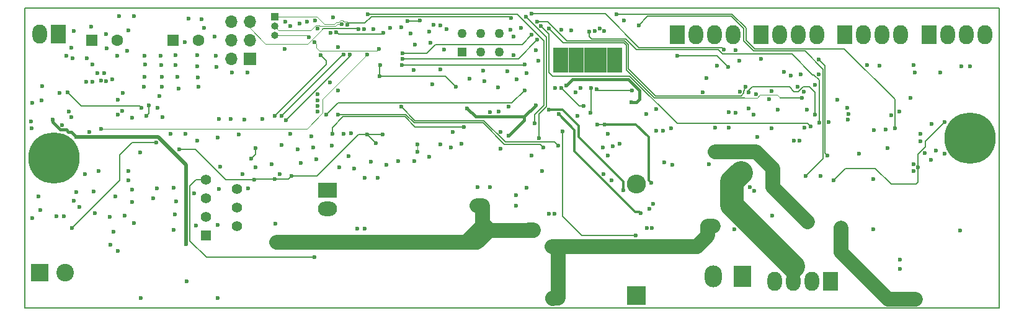
<source format=gbr>
G04 #@! TF.FileFunction,Copper,L2,Inr,Signal*
%FSLAX46Y46*%
G04 Gerber Fmt 4.6, Leading zero omitted, Abs format (unit mm)*
G04 Created by KiCad (PCBNEW 4.0.7) date 06/15/18 18:23:30*
%MOMM*%
%LPD*%
G01*
G04 APERTURE LIST*
%ADD10C,0.100000*%
%ADD11C,0.150000*%
%ADD12R,1.600000X1.600000*%
%ADD13C,1.600000*%
%ADD14R,2.600000X2.600000*%
%ADD15O,2.600000X2.600000*%
%ADD16C,7.000000*%
%ADD17R,1.700000X1.700000*%
%ADD18O,1.700000X1.700000*%
%ADD19R,1.000000X1.000000*%
%ADD20O,1.000000X1.000000*%
%ADD21R,2.350000X3.000000*%
%ADD22O,2.350000X3.000000*%
%ADD23C,1.270000*%
%ADD24R,1.270000X1.270000*%
%ADD25R,2.000000X2.600000*%
%ADD26O,2.000000X2.600000*%
%ADD27R,1.397000X1.397000*%
%ADD28C,1.397000*%
%ADD29R,1.100000X0.890000*%
%ADD30R,2.600000X2.000000*%
%ADD31O,2.600000X2.000000*%
%ADD32C,2.400000*%
%ADD33R,2.400000X2.400000*%
%ADD34C,0.600000*%
%ADD35C,0.159000*%
%ADD36C,0.200000*%
%ADD37C,0.500000*%
%ADD38C,0.415000*%
%ADD39C,2.000000*%
%ADD40C,0.300000*%
%ADD41C,0.125000*%
%ADD42C,3.200000*%
%ADD43C,1.470000*%
G04 APERTURE END LIST*
D10*
D11*
X25000000Y-164000000D02*
X25000000Y-123000000D01*
X158000000Y-164000000D02*
X25000000Y-164000000D01*
X158000000Y-123000000D02*
X158000000Y-164000000D01*
X25000000Y-123000000D02*
X158000000Y-123000000D01*
D12*
X45200000Y-127450000D03*
D13*
X48700000Y-127450000D03*
D12*
X34100000Y-127450000D03*
D13*
X37600000Y-127450000D03*
D14*
X108490000Y-162350000D03*
D15*
X108490000Y-147110000D03*
D16*
X154010000Y-140810000D03*
D17*
X55690000Y-129950000D03*
D18*
X53150000Y-129950000D03*
X55690000Y-127410000D03*
X53150000Y-127410000D03*
X55690000Y-124870000D03*
X53150000Y-124870000D03*
D19*
X59090000Y-124250000D03*
D20*
X59090000Y-125520000D03*
X59090000Y-126790000D03*
D21*
X122950000Y-159700000D03*
D22*
X118990000Y-159700000D03*
D23*
X84690000Y-126480000D03*
X87230000Y-126480000D03*
X89770000Y-126480000D03*
D24*
X84690000Y-129020000D03*
D23*
X87230000Y-129020000D03*
X89770000Y-129020000D03*
D25*
X125520000Y-126650000D03*
D26*
X128060000Y-126650000D03*
X130600000Y-126650000D03*
X133140000Y-126650000D03*
D25*
X114080000Y-126650000D03*
D26*
X116620000Y-126650000D03*
X119160000Y-126650000D03*
X121700000Y-126650000D03*
D25*
X136950000Y-126650000D03*
D26*
X139490000Y-126650000D03*
X142030000Y-126650000D03*
X144570000Y-126650000D03*
D25*
X148400000Y-126650000D03*
D26*
X150940000Y-126650000D03*
X153480000Y-126650000D03*
X156020000Y-126650000D03*
D27*
X49734000Y-154120000D03*
D28*
X53925000Y-152850000D03*
X49734000Y-151580000D03*
X53925000Y-150310000D03*
X49734000Y-149040000D03*
X53925000Y-147770000D03*
X49734000Y-146500000D03*
D29*
X106045000Y-131385000D03*
X106045000Y-130535000D03*
X106045000Y-128835000D03*
X106045000Y-129685000D03*
X104988750Y-129685000D03*
X104988750Y-128835000D03*
X104988750Y-130535000D03*
X104988750Y-131385000D03*
X103932500Y-131385000D03*
X103932500Y-130535000D03*
X103932500Y-128835000D03*
X103932500Y-129685000D03*
X102876250Y-129685000D03*
X102876250Y-128835000D03*
X102876250Y-130535000D03*
X102876250Y-131385000D03*
X101820000Y-131385000D03*
X101820000Y-130535000D03*
X101820000Y-128835000D03*
X101820000Y-129685000D03*
X100763750Y-129685000D03*
X100763750Y-128835000D03*
X100763750Y-130535000D03*
X100763750Y-131385000D03*
X99707500Y-131385000D03*
X99707500Y-130535000D03*
X99707500Y-128835000D03*
X99707500Y-129685000D03*
X98651250Y-129685000D03*
X98651250Y-128835000D03*
X98651250Y-130535000D03*
X98651250Y-131385000D03*
X97595000Y-131385000D03*
X97595000Y-130535000D03*
X97595000Y-128835000D03*
X97595000Y-129685000D03*
D16*
X29000000Y-143500000D03*
D30*
X66330000Y-147920000D03*
D31*
X66330000Y-150460000D03*
D25*
X29550000Y-126600000D03*
D26*
X27010000Y-126600000D03*
D32*
X30500000Y-159200000D03*
D33*
X27000000Y-159200000D03*
D25*
X134950000Y-160350000D03*
D26*
X132410000Y-160350000D03*
X129870000Y-160350000D03*
X127330000Y-160350000D03*
D34*
X51650000Y-144740000D03*
X51450000Y-147750000D03*
X48100000Y-148340000D03*
X51350000Y-152680000D03*
X48320000Y-152770000D03*
X135390000Y-146570000D03*
X91040000Y-136500000D03*
X94190000Y-143200000D03*
X132850000Y-137600000D03*
X117540000Y-134510000D03*
X123760000Y-134520000D03*
X145920000Y-135330000D03*
X137400000Y-137480000D03*
X150540000Y-138580000D03*
X146940000Y-144780000D03*
X83850000Y-133810000D03*
X73530000Y-130850000D03*
X73400000Y-132350000D03*
X67510000Y-126300000D03*
X73910000Y-126390000D03*
X72890000Y-141450000D03*
X71720000Y-140270000D03*
X73850000Y-140310000D03*
X46030000Y-142350000D03*
X56290000Y-146460000D03*
X61410000Y-145950000D03*
X59090000Y-146420000D03*
X41940000Y-136300000D03*
X41610000Y-137770000D03*
X47340000Y-124500000D03*
X49070000Y-124570000D03*
X82570000Y-125900000D03*
X81740000Y-125410000D03*
X80770000Y-125270000D03*
X80160000Y-126260000D03*
X77620000Y-126510000D03*
X74840000Y-125730000D03*
X76340000Y-125650000D03*
X64600000Y-124750000D03*
X62510000Y-125110000D03*
X60560000Y-124850000D03*
X61260000Y-125520000D03*
X63540000Y-124860000D03*
X105260000Y-141900000D03*
X104530000Y-140180000D03*
X105110000Y-146550000D03*
X104550000Y-143160000D03*
X103950000Y-145710000D03*
X106180000Y-141530000D03*
X103920000Y-142070000D03*
X81690000Y-131410000D03*
X87750000Y-133030000D03*
X90850000Y-131670000D03*
X87570000Y-131550000D03*
X85680000Y-132710000D03*
X91680000Y-126890000D03*
X93450000Y-131920000D03*
X94760000Y-128750000D03*
X92160000Y-132760000D03*
X91730000Y-129420000D03*
X91240000Y-126030000D03*
X92720000Y-125730000D03*
X80650000Y-133460000D03*
X82200000Y-128730000D03*
X80380000Y-127790000D03*
X78110000Y-131480000D03*
X78200000Y-128030000D03*
X54960000Y-138240000D03*
X51350000Y-140760000D03*
X46880000Y-140230000D03*
X48530000Y-141120000D03*
X54200000Y-140290000D03*
X89920000Y-142270000D03*
X84550000Y-141530000D03*
X88500000Y-147490000D03*
X93500000Y-147570000D03*
X86810000Y-147460000D03*
X83170000Y-142080000D03*
X81750000Y-141670000D03*
X78190000Y-143910000D03*
X80200000Y-143360000D03*
X83430000Y-139920000D03*
X74330000Y-144480000D03*
X75960000Y-143930000D03*
X73130000Y-146240000D03*
X72240000Y-144010000D03*
X69980000Y-144980000D03*
X69210000Y-143300000D03*
X64780000Y-143660000D03*
X62240000Y-142300000D03*
X64090000Y-140570000D03*
X60050000Y-141750000D03*
X58680000Y-144350000D03*
X61220000Y-140230000D03*
X64330000Y-142060000D03*
X62690000Y-144230000D03*
X66910000Y-141850000D03*
X67950000Y-144780000D03*
X71420000Y-146260000D03*
X56510000Y-144780000D03*
X39670000Y-149490000D03*
X39620000Y-147800000D03*
X42990000Y-147650000D03*
X37340000Y-148790000D03*
X45310000Y-147610000D03*
X45450000Y-151210000D03*
X39880000Y-152430000D03*
X37090000Y-153570000D03*
X34560000Y-151040000D03*
X31650000Y-149350000D03*
X31970000Y-148210000D03*
X34380000Y-148110000D03*
X32450000Y-150220000D03*
X36590000Y-151550000D03*
X38600000Y-151410000D03*
X45340000Y-153360000D03*
X45640000Y-149410000D03*
X31350000Y-128460000D03*
X34080000Y-125580000D03*
X36200000Y-128560000D03*
X38970000Y-128840000D03*
X39880000Y-124150000D03*
X37870000Y-124160000D03*
X39080000Y-126100000D03*
X37580000Y-129520000D03*
X36100000Y-126610000D03*
X31680000Y-126130000D03*
X30650000Y-129510000D03*
X49420000Y-125700000D03*
X46830000Y-127650000D03*
X45580000Y-129460000D03*
X57420000Y-138170000D03*
X53080000Y-138180000D03*
X43770000Y-137950000D03*
X43370000Y-135090000D03*
X43140000Y-136660000D03*
X51510000Y-138180000D03*
X41270000Y-133790000D03*
X41410000Y-130760000D03*
X43560000Y-129570000D03*
X41360000Y-129510000D03*
X41350000Y-132440000D03*
X45960000Y-133990000D03*
X43570000Y-130790000D03*
X43680000Y-133810000D03*
X43660000Y-132390000D03*
X45550000Y-130820000D03*
X48590000Y-132470000D03*
X48650000Y-133780000D03*
X48480000Y-131000000D03*
X45810000Y-132440000D03*
X55370000Y-131810000D03*
X51100000Y-129510000D03*
X51160000Y-131060000D03*
X53290000Y-131810000D03*
X48550000Y-129480000D03*
X50930000Y-126900000D03*
X95560000Y-145290000D03*
X60470000Y-128630000D03*
X123920000Y-147470000D03*
X114040000Y-129570000D03*
X125460000Y-129950000D03*
X111180000Y-136800000D03*
X39660000Y-137980000D03*
X113240000Y-139490000D03*
X113410000Y-144430000D03*
X118330000Y-144360000D03*
X59220000Y-152510000D03*
X59780000Y-145720000D03*
X146320000Y-145300000D03*
X132850000Y-133510000D03*
X126580000Y-135430000D03*
X121980000Y-137340000D03*
X100410000Y-137720000D03*
X100195000Y-134575000D03*
X120960000Y-131070000D03*
X112290000Y-144090000D03*
X67760000Y-128390000D03*
X31500000Y-129920000D03*
X33430000Y-129850000D03*
X34890000Y-131880000D03*
X25830000Y-138540000D03*
X25890000Y-139460000D03*
X134750000Y-138640000D03*
X137260000Y-136680000D03*
X89580000Y-133900000D03*
X35032340Y-145312460D03*
X42550000Y-148990000D03*
X26880000Y-148730000D03*
X26040000Y-151750000D03*
X40767660Y-142777540D03*
X150570000Y-142960000D03*
X149380000Y-142540000D03*
X144340000Y-137130000D03*
X152640000Y-153450000D03*
X139960000Y-130840000D03*
X146290000Y-130840000D03*
X152790000Y-130960000D03*
X66730000Y-126420000D03*
X67030000Y-124260000D03*
X66610000Y-133190000D03*
X72530000Y-125910000D03*
X64530000Y-157030000D03*
X71400000Y-153170000D03*
X70330000Y-153170000D03*
X98350000Y-139900000D03*
X108380000Y-154140000D03*
X54740000Y-145730000D03*
X92065000Y-150050000D03*
X88470000Y-137210000D03*
X92060000Y-148620000D03*
X89630000Y-137190000D03*
X109870000Y-153110000D03*
X110610000Y-153090000D03*
X97270000Y-151120000D03*
X96530000Y-151140000D03*
X121820000Y-153210000D03*
X34180000Y-133140000D03*
X34180000Y-130700000D03*
X47050000Y-160360000D03*
X47010000Y-155250000D03*
X28770000Y-138240000D03*
X32020000Y-140650000D03*
X121050000Y-142650000D03*
X119180000Y-142650000D03*
X131300000Y-151700000D03*
X131830000Y-152220000D03*
X121100000Y-139390000D03*
X119180000Y-139390000D03*
X144480000Y-158710000D03*
X144480000Y-157360000D03*
X123790000Y-136760000D03*
X97880000Y-137540000D03*
X109060000Y-151010000D03*
X133620000Y-146010000D03*
X140790000Y-146430000D03*
X106650000Y-147900000D03*
X110220000Y-150430000D03*
X95110000Y-130220000D03*
X96500000Y-136900000D03*
X104100000Y-126160000D03*
X106740000Y-124730000D03*
X102790000Y-126160000D03*
X107900000Y-134250000D03*
X103010000Y-134090000D03*
X101240000Y-136390000D03*
X98240000Y-133950000D03*
X110750000Y-149790000D03*
X140790000Y-153280000D03*
X110460000Y-146860000D03*
X104120000Y-138950000D03*
X103090000Y-138930000D03*
X148660000Y-143750000D03*
X102160000Y-137330000D03*
X102280000Y-133950000D03*
X64940000Y-137190000D03*
X27110000Y-150630000D03*
X146470000Y-131860000D03*
X149970000Y-131870000D03*
X154000000Y-130950000D03*
X64930000Y-136390000D03*
X64930000Y-135600000D03*
X141630000Y-130910000D03*
X119450000Y-130900000D03*
X121980000Y-128800000D03*
X117990000Y-132610000D03*
X64950000Y-134780000D03*
X118960000Y-152830000D03*
X118220000Y-152850000D03*
X96990000Y-155630000D03*
X97770000Y-155620000D03*
X97760000Y-162690000D03*
X97000000Y-162710000D03*
X71810000Y-123870000D03*
X68470000Y-129390000D03*
X60060000Y-137780000D03*
X35370000Y-132930000D03*
X39090000Y-145280000D03*
X94550000Y-138760000D03*
X143230000Y-137700000D03*
X68250000Y-125260000D03*
X124580000Y-147980000D03*
X131560000Y-145980000D03*
X98220000Y-125960000D03*
X108810000Y-125370000D03*
X142720000Y-142140000D03*
X129960000Y-141110000D03*
X130700000Y-141110000D03*
X125000000Y-140600000D03*
X99540000Y-126070000D03*
X130930000Y-132050000D03*
X130450000Y-133790000D03*
X134570000Y-143180000D03*
X133370000Y-130050000D03*
X133340000Y-132050000D03*
X103450000Y-125800000D03*
X128600000Y-131730000D03*
X138890000Y-142930000D03*
X133410000Y-138720000D03*
X102040000Y-126210000D03*
X137350000Y-138260000D03*
X100850000Y-133930000D03*
X131380000Y-139350000D03*
X66940000Y-140230000D03*
X97330000Y-133950000D03*
X84960000Y-139260000D03*
X89930000Y-139920000D03*
X122770000Y-145530000D03*
X25960000Y-136020000D03*
X35830000Y-131890000D03*
X31020000Y-137140000D03*
X124770000Y-134780000D03*
X124440000Y-137630000D03*
X109790000Y-137470000D03*
X131310000Y-134460000D03*
X147840000Y-142820000D03*
X147280000Y-141230000D03*
X122580000Y-134450000D03*
X135870000Y-135530000D03*
X35410000Y-139510000D03*
X71730000Y-129370000D03*
X111160000Y-139760000D03*
X112100000Y-139770000D03*
X148740000Y-138890000D03*
X78550000Y-141660000D03*
X78560000Y-142640000D03*
X67730000Y-137590000D03*
X95770000Y-142050000D03*
X122550000Y-130190000D03*
X120380000Y-128690000D03*
X94130000Y-123820000D03*
X67720000Y-134290000D03*
X129540000Y-132230000D03*
X66130000Y-137600000D03*
X93190000Y-134250000D03*
X71290000Y-125930000D03*
X70550000Y-125920000D03*
X73350000Y-128600000D03*
X64500000Y-127720000D03*
X63790000Y-127020000D03*
X76540000Y-129990000D03*
X94950000Y-127380000D03*
X96530000Y-125820000D03*
X131110000Y-135310000D03*
X123380000Y-133810000D03*
X94910000Y-124870000D03*
X93200000Y-130690000D03*
X76500000Y-130790000D03*
X97790000Y-141780000D03*
X76340000Y-136490000D03*
X140920000Y-139680000D03*
X146290000Y-144350000D03*
X59080000Y-137750000D03*
X65390000Y-129440000D03*
X64930000Y-125860000D03*
X77260000Y-124770000D03*
X78900000Y-124740000D03*
X105780000Y-123860000D03*
X143740000Y-139470000D03*
X142540000Y-139590000D03*
X68540000Y-140230000D03*
X44870000Y-140220000D03*
X40900000Y-136660000D03*
X29760000Y-134600000D03*
X30850000Y-134560000D03*
X69500000Y-140150000D03*
X42930000Y-141360000D03*
X31430000Y-153050000D03*
X132250000Y-139230000D03*
X95410000Y-125460000D03*
X76520000Y-129190000D03*
X94180000Y-126660000D03*
X127000000Y-151370000D03*
X107820000Y-135860000D03*
X98920000Y-133650000D03*
X146570000Y-162800000D03*
X136390000Y-153110000D03*
X136390000Y-153860000D03*
X33400000Y-133120000D03*
X33190000Y-145710000D03*
X55500000Y-147680000D03*
X30050000Y-139000000D03*
X33770000Y-139920000D03*
X37700000Y-137550000D03*
X27320000Y-133730000D03*
X37660000Y-135550000D03*
X59330000Y-155030000D03*
X60080000Y-155010000D03*
X94410000Y-153360000D03*
X93710000Y-153360000D03*
X87450000Y-150050000D03*
X86730000Y-150070000D03*
X36100000Y-133050000D03*
X147230000Y-140220000D03*
X93390000Y-124240000D03*
X91380000Y-124410000D03*
X69320000Y-129410000D03*
X60590000Y-138330000D03*
X56500000Y-142140000D03*
X55910000Y-143630000D03*
X39080000Y-146570000D03*
X95150000Y-140780000D03*
X69000000Y-125270000D03*
X121040000Y-137270000D03*
X131750000Y-136890000D03*
X126930000Y-139490000D03*
X127770000Y-136920000D03*
X126910000Y-134400000D03*
X91020000Y-140460000D03*
X94710000Y-136340000D03*
X85370000Y-136710000D03*
X36640000Y-155390000D03*
X37650000Y-156220000D03*
X38260000Y-137080000D03*
X36900000Y-132770000D03*
X38360000Y-134650000D03*
X31360000Y-137960000D03*
X27310000Y-135660000D03*
X30300000Y-151470000D03*
X51330000Y-162680000D03*
X29330000Y-151470000D03*
X40800000Y-162680000D03*
D35*
X137030000Y-144930000D02*
X141080000Y-144930000D01*
X146940000Y-146820000D02*
X146940000Y-144780000D01*
X146650000Y-147110000D02*
X146940000Y-146820000D01*
X143260000Y-147110000D02*
X146650000Y-147110000D01*
X141080000Y-144930000D02*
X143260000Y-147110000D01*
X135390000Y-146570000D02*
X137030000Y-144930000D01*
X123760000Y-134520000D02*
X123760000Y-134300000D01*
X132850000Y-134560000D02*
X132850000Y-137600000D01*
X132070000Y-133780000D02*
X132850000Y-134560000D01*
X131240000Y-133780000D02*
X132070000Y-133780000D01*
X130570000Y-134450000D02*
X131240000Y-133780000D01*
X130010000Y-134450000D02*
X130570000Y-134450000D01*
X129340000Y-133780000D02*
X130010000Y-134450000D01*
X124280000Y-133780000D02*
X129340000Y-133780000D01*
X123760000Y-134300000D02*
X124280000Y-133780000D01*
X150540000Y-138580000D02*
X147930000Y-141190000D01*
X147930000Y-141190000D02*
X147930000Y-141990000D01*
X147930000Y-141990000D02*
X146940000Y-142980000D01*
X146940000Y-142980000D02*
X146940000Y-144780000D01*
X82390000Y-132350000D02*
X73400000Y-132350000D01*
X83850000Y-133810000D02*
X82390000Y-132350000D01*
X73530000Y-130850000D02*
X73400000Y-130980000D01*
X73400000Y-130980000D02*
X73400000Y-132350000D01*
X67510000Y-126300000D02*
X67820000Y-126610000D01*
X67820000Y-126610000D02*
X73690000Y-126610000D01*
X73690000Y-126610000D02*
X73910000Y-126390000D01*
X71720000Y-140270000D02*
X70560000Y-140270000D01*
X64880000Y-145950000D02*
X61410000Y-145950000D01*
X70560000Y-140270000D02*
X64880000Y-145950000D01*
X71720000Y-140280000D02*
X71720000Y-140270000D01*
X72890000Y-141450000D02*
X71720000Y-140280000D01*
X73810000Y-140270000D02*
X71720000Y-140270000D01*
X73850000Y-140310000D02*
X73810000Y-140270000D01*
X56290000Y-146460000D02*
X52380000Y-146460000D01*
X48270000Y-142350000D02*
X46030000Y-142350000D01*
X52380000Y-146460000D02*
X48270000Y-142350000D01*
X56330000Y-146420000D02*
X59090000Y-146420000D01*
X56290000Y-146460000D02*
X56330000Y-146420000D01*
X61410000Y-145950000D02*
X60940000Y-146420000D01*
X60940000Y-146420000D02*
X59090000Y-146420000D01*
X41940000Y-137440000D02*
X41940000Y-136300000D01*
X41610000Y-137770000D02*
X41940000Y-137440000D01*
D36*
X114040000Y-129570000D02*
X119460000Y-129570000D01*
X119460000Y-129570000D02*
X120960000Y-131070000D01*
X48370000Y-146500000D02*
X47540000Y-147330000D01*
X47540000Y-147330000D02*
X47540000Y-154820000D01*
X47540000Y-154820000D02*
X49750000Y-157030000D01*
X49750000Y-157030000D02*
X64530000Y-157030000D01*
X48370000Y-146500000D02*
X49734000Y-146500000D01*
X98350000Y-139900000D02*
X98350000Y-151470000D01*
X101020000Y-154140000D02*
X108380000Y-154140000D01*
X98350000Y-151470000D02*
X101020000Y-154140000D01*
D37*
X32020000Y-140650000D02*
X43210000Y-140650000D01*
X47010000Y-144450000D02*
X47010000Y-155250000D01*
X43210000Y-140650000D02*
X47010000Y-144450000D01*
D38*
X28770000Y-138620000D02*
X28770000Y-138240000D01*
X29790000Y-139640000D02*
X28770000Y-138620000D01*
X30630000Y-139640000D02*
X29790000Y-139640000D01*
X30930000Y-139940000D02*
X30630000Y-139640000D01*
X31310000Y-139940000D02*
X30930000Y-139940000D01*
X32020000Y-140650000D02*
X31310000Y-139940000D01*
D39*
X121050000Y-142650000D02*
X119180000Y-142650000D01*
X131300000Y-151700000D02*
X127100000Y-147500000D01*
X124830000Y-142650000D02*
X121050000Y-142650000D01*
X127100000Y-144920000D02*
X124830000Y-142650000D01*
X127100000Y-147500000D02*
X127100000Y-144920000D01*
X131830000Y-152220000D02*
X131820000Y-152220000D01*
X131820000Y-152220000D02*
X131300000Y-151700000D01*
X131300000Y-151700000D02*
X131310000Y-151700000D01*
X131310000Y-151700000D02*
X131830000Y-152220000D01*
D40*
X100005000Y-142595000D02*
X100005000Y-139665000D01*
X100005000Y-139665000D02*
X97880000Y-137540000D01*
X108280000Y-150870000D02*
X100005000Y-142595000D01*
X108920000Y-150870000D02*
X108280000Y-150870000D01*
X109060000Y-151010000D02*
X108920000Y-150870000D01*
X98410000Y-136930000D02*
X96530000Y-136930000D01*
X100580000Y-140640000D02*
X106650000Y-146710000D01*
X106650000Y-146710000D02*
X106650000Y-147900000D01*
X98410000Y-136930000D02*
X100580000Y-139100000D01*
X100580000Y-139100000D02*
X100580000Y-140640000D01*
X96530000Y-136930000D02*
X96500000Y-136900000D01*
D35*
X103170000Y-134250000D02*
X107900000Y-134250000D01*
X103010000Y-134090000D02*
X103170000Y-134250000D01*
X101240000Y-136390000D02*
X100680000Y-136390000D01*
X100680000Y-136390000D02*
X98240000Y-133950000D01*
D40*
X108420000Y-138950000D02*
X104120000Y-138950000D01*
X110130000Y-140660000D02*
X108420000Y-138950000D01*
X110130000Y-146530000D02*
X110130000Y-140660000D01*
X110460000Y-146860000D02*
X110130000Y-146530000D01*
D35*
X104120000Y-138950000D02*
X104100000Y-138930000D01*
X104100000Y-138930000D02*
X103090000Y-138930000D01*
X102160000Y-137330000D02*
X102280000Y-137210000D01*
X102280000Y-137210000D02*
X102280000Y-133950000D01*
D39*
X118960000Y-152830000D02*
X118240000Y-152830000D01*
X118240000Y-152830000D02*
X118220000Y-152850000D01*
X118240000Y-154130000D02*
X118240000Y-152870000D01*
X118240000Y-152870000D02*
X118220000Y-152850000D01*
X118240000Y-154130000D02*
X116750000Y-155620000D01*
X97770000Y-155620000D02*
X116750000Y-155620000D01*
X97760000Y-162690000D02*
X97020000Y-162690000D01*
X97020000Y-162690000D02*
X97000000Y-162710000D01*
X97770000Y-155620000D02*
X97000000Y-155620000D01*
X97000000Y-155620000D02*
X96990000Y-155630000D01*
X97000000Y-155620000D02*
X96990000Y-155630000D01*
X97760000Y-162690000D02*
X97760000Y-155630000D01*
X97760000Y-155630000D02*
X97770000Y-155620000D01*
D41*
X68250000Y-125260000D02*
X67682998Y-125260000D01*
X59610000Y-126040000D02*
X59090000Y-125520000D01*
X64050000Y-126040000D02*
X59610000Y-126040000D01*
X64720000Y-125370000D02*
X64050000Y-126040000D01*
X65130000Y-125370000D02*
X64720000Y-125370000D01*
X65270000Y-125510000D02*
X65130000Y-125370000D01*
X67432998Y-125510000D02*
X65270000Y-125510000D01*
X67682998Y-125260000D02*
X67432998Y-125510000D01*
D36*
X94550000Y-138760000D02*
X94550000Y-137560000D01*
X71830000Y-123850000D02*
X71810000Y-123870000D01*
X92190000Y-123850000D02*
X71830000Y-123850000D01*
X95830000Y-127490000D02*
X92190000Y-123850000D01*
X95830000Y-136280000D02*
X95830000Y-127490000D01*
X94550000Y-137560000D02*
X95830000Y-136280000D01*
X68450000Y-129390000D02*
X68470000Y-129390000D01*
X60060000Y-137780000D02*
X68450000Y-129390000D01*
D35*
X131560000Y-145980000D02*
X133930000Y-143610000D01*
X133930000Y-143610000D02*
X133930000Y-131370000D01*
X133930000Y-131370000D02*
X131460000Y-128900000D01*
X131460000Y-128900000D02*
X124430000Y-128900000D01*
X124430000Y-128900000D02*
X123080000Y-127550000D01*
X123080000Y-127550000D02*
X123080000Y-125850000D01*
X123080000Y-125850000D02*
X121390000Y-124160000D01*
X121390000Y-124160000D02*
X110020000Y-124160000D01*
X110020000Y-124160000D02*
X108810000Y-125370000D01*
X134570000Y-143180000D02*
X134230000Y-142840000D01*
X134230000Y-142840000D02*
X134230000Y-130910000D01*
X134230000Y-130910000D02*
X133370000Y-130050000D01*
X132710000Y-132140000D02*
X133410000Y-132840000D01*
X133410000Y-132840000D02*
X133410000Y-138720000D01*
X102040000Y-126210000D02*
X102040000Y-126881996D01*
X129730000Y-129330000D02*
X132540000Y-132140000D01*
X120210000Y-129330000D02*
X129730000Y-129330000D01*
X119604002Y-128724002D02*
X120210000Y-129330000D01*
X108504002Y-128724002D02*
X119604002Y-128724002D01*
X107000000Y-127220000D02*
X108504002Y-128724002D01*
X102378004Y-127220000D02*
X107000000Y-127220000D01*
X102040000Y-126881996D02*
X102378004Y-127220000D01*
X132540000Y-132140000D02*
X132710000Y-132140000D01*
X66940000Y-140230000D02*
X66940000Y-139390000D01*
X78240000Y-139260000D02*
X84960000Y-139260000D01*
X76854002Y-137874002D02*
X78240000Y-139260000D01*
X68455998Y-137874002D02*
X76854002Y-137874002D01*
X66940000Y-139390000D02*
X68455998Y-137874002D01*
D42*
X121530000Y-149980000D02*
X121530000Y-146770000D01*
X121530000Y-146770000D02*
X122770000Y-145530000D01*
X123520000Y-151970000D02*
X121530000Y-149980000D01*
X123520000Y-151990000D02*
X123520000Y-151970000D01*
X123520000Y-151990000D02*
X129870000Y-158340000D01*
D43*
X129870000Y-160350000D02*
X129870000Y-158340000D01*
X129870000Y-160350000D02*
X129870000Y-159650000D01*
D41*
X63470000Y-139510000D02*
X35410000Y-139510000D01*
X65650000Y-137330000D02*
X63470000Y-139510000D01*
X65650000Y-135450000D02*
X65650000Y-137330000D01*
X71730000Y-129370000D02*
X65650000Y-135450000D01*
X78550000Y-142630000D02*
X78550000Y-141660000D01*
X78560000Y-142640000D02*
X78550000Y-142630000D01*
D35*
X76980000Y-137590000D02*
X67730000Y-137590000D01*
X78120000Y-138730000D02*
X76980000Y-137590000D01*
X87549370Y-138730000D02*
X78120000Y-138730000D01*
X90449370Y-141630000D02*
X87549370Y-138730000D01*
X95350000Y-141630000D02*
X90449370Y-141630000D01*
X95770000Y-142050000D02*
X95350000Y-141630000D01*
X120380000Y-128690000D02*
X120130000Y-128440000D01*
X120130000Y-128440000D02*
X108820000Y-128440000D01*
X108820000Y-128440000D02*
X104200000Y-123820000D01*
X104200000Y-123820000D02*
X94130000Y-123820000D01*
X67750000Y-135980000D02*
X66130000Y-137600000D01*
X91460000Y-135980000D02*
X67750000Y-135980000D01*
X93190000Y-134250000D02*
X91460000Y-135980000D01*
X65590000Y-125920000D02*
X65600000Y-125920000D01*
D41*
X65590000Y-125920000D02*
X63610000Y-127900000D01*
X63610000Y-127900000D02*
X57820000Y-127900000D01*
X57820000Y-127900000D02*
X55690000Y-125770000D01*
X55690000Y-124870000D02*
X55690000Y-125770000D01*
D35*
X70410000Y-125780000D02*
X70550000Y-125920000D01*
X65740000Y-125780000D02*
X70410000Y-125780000D01*
X65600000Y-125920000D02*
X65740000Y-125780000D01*
D41*
X59090000Y-126790000D02*
X63560000Y-126790000D01*
X73070000Y-128880000D02*
X73350000Y-128600000D01*
X65210000Y-128880000D02*
X73070000Y-128880000D01*
X64740000Y-128410000D02*
X65210000Y-128880000D01*
X64740000Y-127960000D02*
X64740000Y-128410000D01*
X64500000Y-127720000D02*
X64740000Y-127960000D01*
X63560000Y-126790000D02*
X63790000Y-127020000D01*
X123290000Y-135310000D02*
X124940000Y-135310000D01*
X127670000Y-134900000D02*
X128080000Y-135310000D01*
X125350000Y-134900000D02*
X127670000Y-134900000D01*
X124940000Y-135310000D02*
X125350000Y-134900000D01*
D35*
X98500000Y-127790000D02*
X96530000Y-125820000D01*
X92340000Y-129990000D02*
X76540000Y-129990000D01*
X94950000Y-127380000D02*
X92340000Y-129990000D01*
X131110000Y-135310000D02*
X128080000Y-135310000D01*
X123290000Y-135310000D02*
X110950000Y-135310000D01*
X106750000Y-127790000D02*
X98500000Y-127790000D01*
X107100000Y-128140000D02*
X106750000Y-127790000D01*
X107100000Y-131460000D02*
X107100000Y-128140000D01*
X110950000Y-135310000D02*
X107100000Y-131460000D01*
X123380000Y-133810000D02*
X123150000Y-134440000D01*
X123150000Y-134440000D02*
X123150000Y-134605998D01*
X123150000Y-134605998D02*
X122730000Y-135025998D01*
X122730000Y-135025998D02*
X111067638Y-135025998D01*
X111067638Y-135025998D02*
X107390000Y-131348360D01*
X107390000Y-131348360D02*
X107390000Y-128020000D01*
X107390000Y-128020000D02*
X106875998Y-127505998D01*
X106875998Y-127505998D02*
X98965998Y-127505998D01*
X98965998Y-127505998D02*
X96330000Y-124870000D01*
X96330000Y-124870000D02*
X94910000Y-124870000D01*
X93200000Y-130690000D02*
X93100000Y-130790000D01*
X93100000Y-130790000D02*
X76500000Y-130790000D01*
D36*
X97320000Y-141310000D02*
X97790000Y-141780000D01*
X90560000Y-141310000D02*
X97320000Y-141310000D01*
X87670000Y-138420000D02*
X90560000Y-141310000D01*
X78270000Y-138420000D02*
X87670000Y-138420000D01*
X76340000Y-136490000D02*
X78270000Y-138420000D01*
X66130000Y-130700000D02*
X59080000Y-137750000D01*
X66130000Y-130180000D02*
X66130000Y-130700000D01*
X65390000Y-129440000D02*
X66130000Y-130180000D01*
D35*
X143740000Y-139470000D02*
X143740000Y-135510000D01*
X78870000Y-124770000D02*
X77260000Y-124770000D01*
X78900000Y-124740000D02*
X78870000Y-124770000D01*
X121520000Y-123860000D02*
X105780000Y-123860000D01*
X123410000Y-125750000D02*
X121520000Y-123860000D01*
X123410000Y-127390000D02*
X123410000Y-125750000D01*
X124620000Y-128600000D02*
X123410000Y-127390000D01*
X136830000Y-128600000D02*
X124620000Y-128600000D01*
X143740000Y-135510000D02*
X136830000Y-128600000D01*
X32670000Y-136380000D02*
X30850000Y-134560000D01*
X40620000Y-136380000D02*
X32670000Y-136380000D01*
X40900000Y-136660000D02*
X40620000Y-136380000D01*
X39650000Y-141360000D02*
X42930000Y-141360000D01*
X37910000Y-143100000D02*
X39650000Y-141360000D01*
X37910000Y-146570000D02*
X37910000Y-143100000D01*
X31430000Y-153050000D02*
X37910000Y-146570000D01*
X96490000Y-126540000D02*
X95410000Y-125460000D01*
X96490000Y-131790000D02*
X96490000Y-126540000D01*
X97030000Y-132330000D02*
X96490000Y-131790000D01*
X107540000Y-132330000D02*
X97030000Y-132330000D01*
X114020000Y-138810000D02*
X107540000Y-132330000D01*
X131830000Y-138810000D02*
X114020000Y-138810000D01*
X132250000Y-139230000D02*
X131830000Y-138810000D01*
X79860000Y-129190000D02*
X76520000Y-129190000D01*
X81060000Y-127990000D02*
X79860000Y-129190000D01*
X92850000Y-127990000D02*
X81060000Y-127990000D01*
X94180000Y-126660000D02*
X92850000Y-127990000D01*
D38*
X108490000Y-135860000D02*
X107820000Y-135860000D01*
X108860000Y-135490000D02*
X108490000Y-135860000D01*
X108860000Y-134250000D02*
X108860000Y-135490000D01*
X107400000Y-132790000D02*
X108860000Y-134250000D01*
X99780000Y-132790000D02*
X107400000Y-132790000D01*
X98920000Y-133650000D02*
X99780000Y-132790000D01*
D39*
X146570000Y-162800000D02*
X142830000Y-162800000D01*
X136390000Y-156360000D02*
X136390000Y-153860000D01*
X136390000Y-156360000D02*
X142830000Y-162800000D01*
X136390000Y-153110000D02*
X136390000Y-153860000D01*
X85190000Y-155010000D02*
X86740000Y-155010000D01*
X86740000Y-155010000D02*
X88370000Y-153380000D01*
X60080000Y-155010000D02*
X85190000Y-155010000D01*
X85190000Y-155010000D02*
X87595000Y-152605000D01*
X59330000Y-155030000D02*
X60060000Y-155030000D01*
X60060000Y-155030000D02*
X60080000Y-155010000D01*
X93710000Y-153360000D02*
X94410000Y-153360000D01*
X86730000Y-150070000D02*
X87430000Y-150070000D01*
X87430000Y-150070000D02*
X87450000Y-150050000D01*
X87450000Y-150050000D02*
X86750000Y-150050000D01*
X86750000Y-150050000D02*
X86730000Y-150070000D01*
X87450000Y-152460000D02*
X87595000Y-152605000D01*
X87450000Y-150050000D02*
X87450000Y-152460000D01*
X87595000Y-152605000D02*
X88370000Y-153380000D01*
X94410000Y-153360000D02*
X94430000Y-153380000D01*
X88370000Y-153380000D02*
X94430000Y-153380000D01*
X86750000Y-150050000D02*
X86730000Y-150070000D01*
D41*
X67790000Y-125009998D02*
X67460000Y-125009998D01*
X68540000Y-124850000D02*
X68440000Y-124750000D01*
X68440000Y-124750000D02*
X68049998Y-124750000D01*
X68049998Y-124750000D02*
X67790000Y-125009998D01*
X69000000Y-125270000D02*
X69000000Y-124850000D01*
X69000000Y-124850000D02*
X68540000Y-124850000D01*
X64820000Y-124240000D02*
X59100000Y-124240000D01*
X65839998Y-125259998D02*
X64820000Y-124240000D01*
X67210000Y-125259998D02*
X65839998Y-125259998D01*
X67460000Y-125009998D02*
X67210000Y-125259998D01*
X59100000Y-124240000D02*
X59090000Y-124250000D01*
D36*
X95150000Y-140780000D02*
X95150000Y-137490000D01*
X95150000Y-137490000D02*
X96180000Y-136460000D01*
X96180000Y-136460000D02*
X96180000Y-127030000D01*
X96180000Y-127030000D02*
X93390000Y-124240000D01*
X91380000Y-124410000D02*
X91145002Y-124175002D01*
X91145002Y-124175002D02*
X72274998Y-124175002D01*
X72274998Y-124175002D02*
X71390000Y-125060000D01*
X71390000Y-125060000D02*
X69210000Y-125060000D01*
X69210000Y-125060000D02*
X69000000Y-125270000D01*
X69320000Y-129600000D02*
X69320000Y-129410000D01*
X60590000Y-138330000D02*
X69320000Y-129600000D01*
X56500000Y-143040000D02*
X56500000Y-142140000D01*
X55910000Y-143630000D02*
X56500000Y-143040000D01*
D38*
X93170000Y-138310000D02*
X93170000Y-137880000D01*
X91020000Y-140460000D02*
X93170000Y-138310000D01*
X93170000Y-137880000D02*
X94710000Y-136340000D01*
X86540000Y-137880000D02*
X93170000Y-137880000D01*
X85370000Y-136710000D02*
X86540000Y-137880000D01*
M02*

</source>
